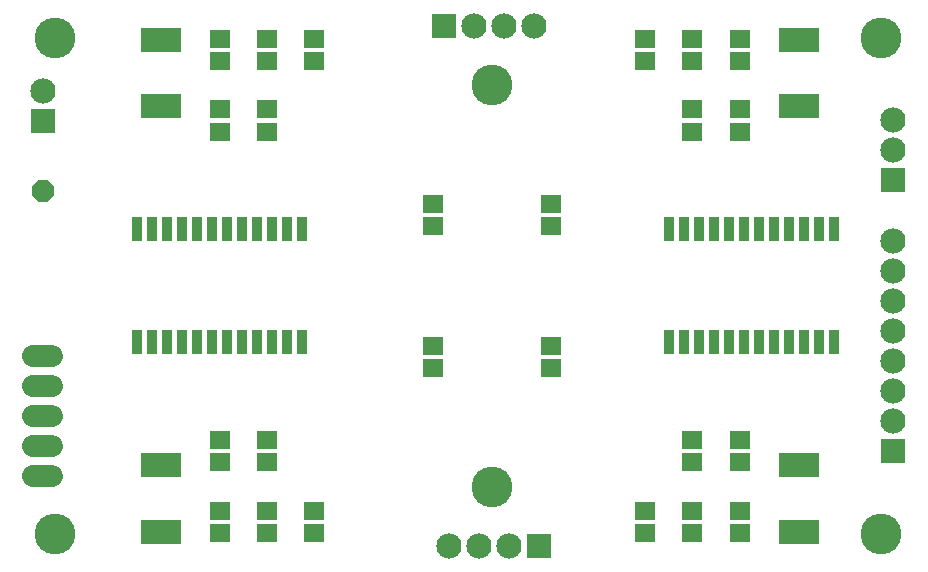
<source format=gbs>
G75*
G70*
%OFA0B0*%
%FSLAX24Y24*%
%IPPOS*%
%LPD*%
%AMOC8*
5,1,8,0,0,1.08239X$1,22.5*
%
%ADD10C,0.1360*%
%ADD11C,0.0740*%
%ADD12R,0.0336X0.0848*%
%ADD13R,0.1360X0.0809*%
%ADD14R,0.0691X0.0612*%
%ADD15OC8,0.0740*%
%ADD16R,0.0840X0.0840*%
%ADD17C,0.0840*%
D10*
X001719Y001719D03*
X016286Y003294D03*
X029278Y001719D03*
X016286Y016679D03*
X029278Y018254D03*
X001719Y018254D03*
D11*
X001645Y007656D02*
X001005Y007656D01*
X001005Y006656D02*
X001645Y006656D01*
X001645Y005656D02*
X001005Y005656D01*
X001005Y004656D02*
X001645Y004656D01*
X001645Y003656D02*
X001005Y003656D01*
D12*
X004475Y008129D03*
X004975Y008129D03*
X005475Y008129D03*
X005975Y008129D03*
X006475Y008129D03*
X006975Y008129D03*
X007475Y008129D03*
X007975Y008129D03*
X008475Y008129D03*
X008975Y008129D03*
X009475Y008129D03*
X009975Y008129D03*
X009975Y011893D03*
X009475Y011893D03*
X008975Y011893D03*
X008475Y011893D03*
X007975Y011893D03*
X007475Y011893D03*
X006975Y011893D03*
X006475Y011893D03*
X005975Y011893D03*
X005475Y011893D03*
X004975Y011893D03*
X004475Y011893D03*
X022197Y011893D03*
X022697Y011893D03*
X023197Y011893D03*
X023697Y011893D03*
X024197Y011893D03*
X024697Y011893D03*
X025197Y011893D03*
X025697Y011893D03*
X026197Y011893D03*
X026697Y011893D03*
X027197Y011893D03*
X027697Y011893D03*
X027697Y008129D03*
X027197Y008129D03*
X026697Y008129D03*
X026197Y008129D03*
X025697Y008129D03*
X025197Y008129D03*
X024697Y008129D03*
X024197Y008129D03*
X023697Y008129D03*
X023197Y008129D03*
X022697Y008129D03*
X022197Y008129D03*
D13*
X026522Y004002D03*
X026522Y001797D03*
X005262Y001797D03*
X005262Y004002D03*
X005262Y015971D03*
X005262Y018175D03*
X026522Y018175D03*
X026522Y015971D03*
D14*
X024553Y015872D03*
X024553Y015124D03*
X022979Y015124D03*
X022979Y015872D03*
X022979Y017486D03*
X022979Y018234D03*
X024553Y018234D03*
X024553Y017486D03*
X021404Y017486D03*
X021404Y018234D03*
X018254Y012723D03*
X018254Y011975D03*
X014317Y011975D03*
X014317Y012723D03*
X008805Y015124D03*
X008805Y015872D03*
X007231Y015872D03*
X007231Y015124D03*
X007231Y017486D03*
X007231Y018234D03*
X008805Y018234D03*
X008805Y017486D03*
X010380Y017486D03*
X010380Y018234D03*
X014317Y007998D03*
X014317Y007250D03*
X018254Y007250D03*
X018254Y007998D03*
X022979Y004849D03*
X022979Y004101D03*
X024553Y004101D03*
X024553Y004849D03*
X024553Y002486D03*
X024553Y001738D03*
X022979Y001738D03*
X022979Y002486D03*
X021404Y002486D03*
X021404Y001738D03*
X010380Y001738D03*
X010380Y002486D03*
X008805Y002486D03*
X008805Y001738D03*
X007231Y001738D03*
X007231Y002486D03*
X007231Y004101D03*
X007231Y004849D03*
X008805Y004849D03*
X008805Y004101D03*
D15*
X001325Y013136D03*
D16*
X001325Y015498D03*
X014711Y018648D03*
X029671Y013530D03*
X029671Y004475D03*
X017860Y001325D03*
D17*
X016860Y001325D03*
X015860Y001325D03*
X014860Y001325D03*
X029671Y005475D03*
X029671Y006475D03*
X029671Y007475D03*
X029671Y008475D03*
X029671Y009475D03*
X029671Y010475D03*
X029671Y011475D03*
X029671Y014530D03*
X029671Y015530D03*
X017711Y018648D03*
X016711Y018648D03*
X015711Y018648D03*
X001325Y016498D03*
M02*

</source>
